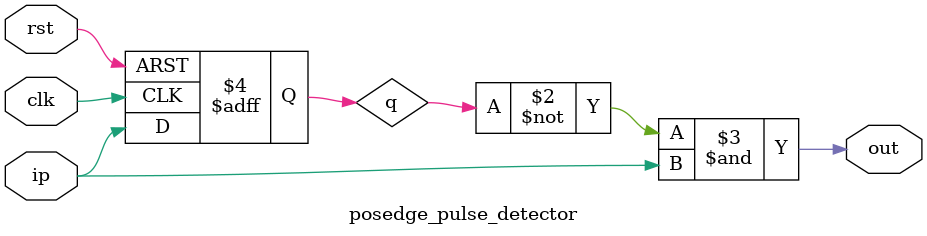
<source format=v>
`timescale 1ns / 1ps

module posedge_pulse_detector(
input ip ,clk ,rst ,
output out 
    );
    reg q;
    always @(posedge clk,posedge rst )
        begin        
            if (rst )
                q <= 0;
             else 
                q <= ip;       
            end 
            assign out = ~q & ip ;
endmodule

</source>
